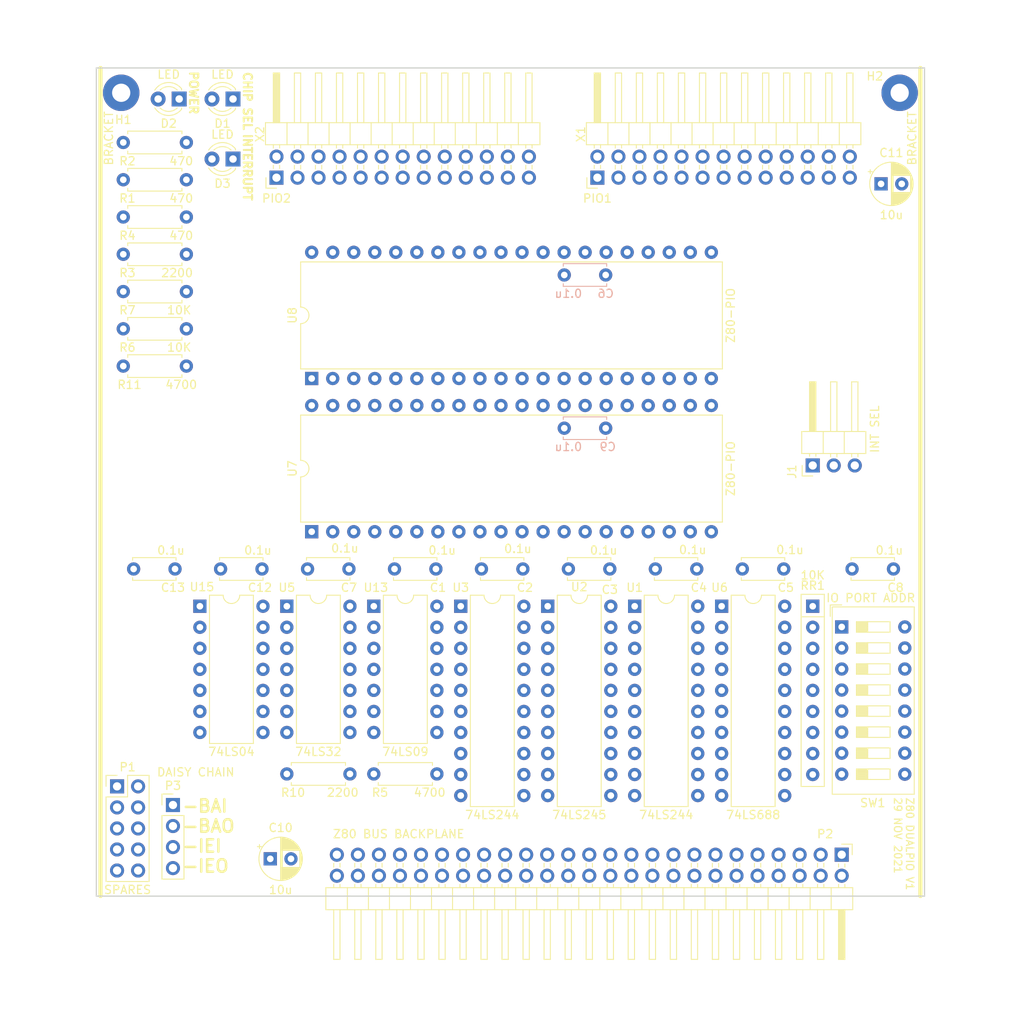
<source format=kicad_pcb>
(kicad_pcb (version 20171130) (host pcbnew "(5.1.10)-1")
  (layers (0 F.Cu signal) (31 B.Cu signal) (34 B.Paste user) (35 F.Paste user) (36 B.SilkS user) (37 F.SilkS user) (38 B.Mask user) (39 F.Mask user) (44 Edge.Cuts user))
  (net 0 "")
  (net 1 GND)
  (net 2 /A7)
  (net 3 /A6)
  (net 4 /A5)
  (net 5 /D4)
  (net 6 /A4)
  (net 7 /D3)
  (net 8 /A3)
  (net 9 /D5)
  (net 10 /A2)
  (net 11 /D6)
  (net 12 /A1)
  (net 13 /A0)
  (net 14 /D2)
  (net 15 /D7)
  (net 16 /D0)
  (net 17 /D1)
  (net 18 /SPARE9)
  (net 19 /SPARE0)
  (net 20 /SPARE8)
  (net 21 /SPARE1)
  (net 22 /SPARE7)
  (net 23 /SPARE2)
  (net 24 /SPARE6)
  (net 25 /SPARE3)
  (net 26 /SPARE5)
  (net 27 /SPARE4)
  (net 28 /M1#)
  (net 29 /RESET#)
  (net 30 /WR#)
  (net 31 /RD#)
  (net 32 /IORQ#)
  (net 33 /bIORQ#)
  (net 34 /bM1#)
  (net 35 /bA7)
  (net 36 /bA6)
  (net 37 /bA5)
  (net 38 /bA4)
  (net 39 /bA3)
  (net 40 /bA2)
  (net 41 /bA1)
  (net 42 /bA0)
  (net 43 "Net-(RR1-Pad2)")
  (net 44 "Net-(RR1-Pad3)")
  (net 45 "Net-(RR1-Pad4)")
  (net 46 "Net-(RR1-Pad5)")
  (net 47 "Net-(RR1-Pad6)")
  (net 48 "Net-(RR1-Pad7)")
  (net 49 "Net-(RR1-Pad8)")
  (net 50 "Net-(RR1-Pad9)")
  (net 51 /bD5)
  (net 52 /bD4)
  (net 53 /bD3)
  (net 54 /bD2)
  (net 55 /bD1)
  (net 56 /bD0)
  (net 57 /bRESET#)
  (net 58 /bD7)
  (net 59 /bD6)
  (net 60 /bRD#)
  (net 61 /INT#)
  (net 62 "Net-(D1-Pad2)")
  (net 63 /688SEL#)
  (net 64 "Net-(D1-Pad1)")
  (net 65 "Net-(D2-Pad2)")
  (net 66 /NMI#)
  (net 67 /IEI#)
  (net 68 /bINT#)
  (net 69 /bCLK)
  (net 70 /IEO#)
  (net 71 /IA)
  (net 72 /CLK)
  (net 73 "Net-(J1-Pad2)")
  (net 74 "Net-(U15-Pad2)")
  (net 75 "Net-(D3-Pad2)")
  (net 76 "Net-(D3-Pad1)")
  (net 77 VCC)
  (net 78 /PM1#)
  (net 79 /IEO_PIO1)
  (net 80 /IEO_PIO2)
  (net 81 /CS_DUALPIO#)
  (net 82 /CS_PIO2#)
  (net 83 /CS_PIO1#)
  (net 84 /1ARDY)
  (net 85 /1BSTB#)
  (net 86 /1ASTB#)
  (net 87 /1PA0)
  (net 88 /1PB7)
  (net 89 /1PA1)
  (net 90 /1PB6)
  (net 91 /1PA2)
  (net 92 /1PB5)
  (net 93 /1PA3)
  (net 94 /1PB4)
  (net 95 /1PB3)
  (net 96 /1PA4)
  (net 97 /1PB2)
  (net 98 /1PA5)
  (net 99 /1PB1)
  (net 100 /1PA6)
  (net 101 /1PB0)
  (net 102 /1PA7)
  (net 103 /1BRDY)
  (net 104 /2ARDY)
  (net 105 /2BSTB#)
  (net 106 /2ASTB#)
  (net 107 /2PA0)
  (net 108 /2PB7)
  (net 109 /2PA1)
  (net 110 /2PB6)
  (net 111 /2PA2)
  (net 112 /2PB5)
  (net 113 /2PA3)
  (net 114 /2PB4)
  (net 115 /2PB3)
  (net 116 /2PA4)
  (net 117 /2PB2)
  (net 118 /2PA5)
  (net 119 /2PB1)
  (net 120 /2PA6)
  (net 121 /2PB0)
  (net 122 /2PA7)
  (net 123 /2BRDY)
  (module Connector_PinHeader_2.54mm:PinHeader_2x13_P2.54mm_Horizontal (layer F.Cu) (at 66.75 59.25 90)
    (fp_text reference X2 (at 5.25 -2 90) (layer F.SilkS))
    (fp_text value PIO2 (at -2.5 0 180) (layer F.SilkS))
    (pad 26 thru_hole oval (at 2.54 30.48 90) (size 1.7 1.7) (drill 1) (layers *.Cu *.Mask) (net 1 GND))
    (pad 25 thru_hole oval (at 0 30.48 90) (size 1.7 1.7) (drill 1) (layers *.Cu *.Mask) (net 1 GND))
    (pad 24 thru_hole oval (at 2.54 27.94 90) (size 1.7 1.7) (drill 1) (layers *.Cu *.Mask))
    (pad 23 thru_hole oval (at 0 27.94 90) (size 1.7 1.7) (drill 1) (layers *.Cu *.Mask))
    (pad 22 thru_hole oval (at 2.54 25.4 90) (size 1.7 1.7) (drill 1) (layers *.Cu *.Mask) (net 122 /2PA7))
    (pad 21 thru_hole oval (at 0 25.4 90) (size 1.7 1.7) (drill 1) (layers *.Cu *.Mask) (net 108 /2PB7))
    (pad 20 thru_hole oval (at 2.54 22.86 90) (size 1.7 1.7) (drill 1) (layers *.Cu *.Mask) (net 120 /2PA6))
    (pad 19 thru_hole oval (at 0 22.86 90) (size 1.7 1.7) (drill 1) (layers *.Cu *.Mask) (net 110 /2PB6))
    (pad 18 thru_hole oval (at 2.54 20.32 90) (size 1.7 1.7) (drill 1) (layers *.Cu *.Mask) (net 118 /2PA5))
    (pad 17 thru_hole oval (at 0 20.32 90) (size 1.7 1.7) (drill 1) (layers *.Cu *.Mask) (net 112 /2PB5))
    (pad 16 thru_hole oval (at 2.54 17.78 90) (size 1.7 1.7) (drill 1) (layers *.Cu *.Mask) (net 116 /2PA4))
    (pad 15 thru_hole oval (at 0 17.78 90) (size 1.7 1.7) (drill 1) (layers *.Cu *.Mask) (net 114 /2PB4))
    (pad 14 thru_hole oval (at 2.54 15.24 90) (size 1.7 1.7) (drill 1) (layers *.Cu *.Mask) (net 113 /2PA3))
    (pad 13 thru_hole oval (at 0 15.24 90) (size 1.7 1.7) (drill 1) (layers *.Cu *.Mask) (net 115 /2PB3))
    (pad 12 thru_hole oval (at 2.54 12.7 90) (size 1.7 1.7) (drill 1) (layers *.Cu *.Mask) (net 111 /2PA2))
    (pad 11 thru_hole oval (at 0 12.7 90) (size 1.7 1.7) (drill 1) (layers *.Cu *.Mask) (net 117 /2PB2))
    (pad 10 thru_hole oval (at 2.54 10.16 90) (size 1.7 1.7) (drill 1) (layers *.Cu *.Mask) (net 109 /2PA1))
    (pad 9 thru_hole oval (at 0 10.16 90) (size 1.7 1.7) (drill 1) (layers *.Cu *.Mask) (net 119 /2PB1))
    (pad 8 thru_hole oval (at 2.54 7.62 90) (size 1.7 1.7) (drill 1) (layers *.Cu *.Mask) (net 107 /2PA0))
    (pad 7 thru_hole oval (at 0 7.62 90) (size 1.7 1.7) (drill 1) (layers *.Cu *.Mask) (net 121 /2PB0))
    (pad 6 thru_hole oval (at 2.54 5.08 90) (size 1.7 1.7) (drill 1) (layers *.Cu *.Mask) (net 106 /2ASTB#))
    (pad 5 thru_hole oval (at 0 5.08 90) (size 1.7 1.7) (drill 1) (layers *.Cu *.Mask) (net 105 /2BSTB#))
    (pad 4 thru_hole oval (at 2.54 2.54 90) (size 1.7 1.7) (drill 1) (layers *.Cu *.Mask) (net 104 /2ARDY))
    (pad 3 thru_hole oval (at 0 2.54 90) (size 1.7 1.7) (drill 1) (layers *.Cu *.Mask) (net 123 /2BRDY))
    (pad 2 thru_hole oval (at 2.54 0 90) (size 1.7 1.7) (drill 1) (layers *.Cu *.Mask) (net 77 VCC))
    (pad 1 thru_hole rect (at 0 0 90) (size 1.7 1.7) (drill 1) (layers *.Cu *.Mask) (net 77 VCC))
  )
  (module Connector_PinHeader_2.54mm:PinHeader_2x13_P2.54mm_Horizontal (layer F.Cu) (at 105.5 59.25 90)
    (fp_text reference X1 (at 5.25 -2 90) (layer F.SilkS))
    (fp_text value PIO1 (at -2.5 0 180) (layer F.SilkS))
    (pad 26 thru_hole oval (at 2.54 30.48 90) (size 1.7 1.7) (drill 1) (layers *.Cu *.Mask) (net 1 GND))
    (pad 25 thru_hole oval (at 0 30.48 90) (size 1.7 1.7) (drill 1) (layers *.Cu *.Mask) (net 1 GND))
    (pad 24 thru_hole oval (at 2.54 27.94 90) (size 1.7 1.7) (drill 1) (layers *.Cu *.Mask))
    (pad 23 thru_hole oval (at 0 27.94 90) (size 1.7 1.7) (drill 1) (layers *.Cu *.Mask))
    (pad 22 thru_hole oval (at 2.54 25.4 90) (size 1.7 1.7) (drill 1) (layers *.Cu *.Mask) (net 102 /1PA7))
    (pad 21 thru_hole oval (at 0 25.4 90) (size 1.7 1.7) (drill 1) (layers *.Cu *.Mask) (net 88 /1PB7))
    (pad 20 thru_hole oval (at 2.54 22.86 90) (size 1.7 1.7) (drill 1) (layers *.Cu *.Mask) (net 100 /1PA6))
    (pad 19 thru_hole oval (at 0 22.86 90) (size 1.7 1.7) (drill 1) (layers *.Cu *.Mask) (net 90 /1PB6))
    (pad 18 thru_hole oval (at 2.54 20.32 90) (size 1.7 1.7) (drill 1) (layers *.Cu *.Mask) (net 98 /1PA5))
    (pad 17 thru_hole oval (at 0 20.32 90) (size 1.7 1.7) (drill 1) (layers *.Cu *.Mask) (net 92 /1PB5))
    (pad 16 thru_hole oval (at 2.54 17.78 90) (size 1.7 1.7) (drill 1) (layers *.Cu *.Mask) (net 96 /1PA4))
    (pad 15 thru_hole oval (at 0 17.78 90) (size 1.7 1.7) (drill 1) (layers *.Cu *.Mask) (net 94 /1PB4))
    (pad 14 thru_hole oval (at 2.54 15.24 90) (size 1.7 1.7) (drill 1) (layers *.Cu *.Mask) (net 93 /1PA3))
    (pad 13 thru_hole oval (at 0 15.24 90) (size 1.7 1.7) (drill 1) (layers *.Cu *.Mask) (net 95 /1PB3))
    (pad 12 thru_hole oval (at 2.54 12.7 90) (size 1.7 1.7) (drill 1) (layers *.Cu *.Mask) (net 91 /1PA2))
    (pad 11 thru_hole oval (at 0 12.7 90) (size 1.7 1.7) (drill 1) (layers *.Cu *.Mask) (net 97 /1PB2))
    (pad 10 thru_hole oval (at 2.54 10.16 90) (size 1.7 1.7) (drill 1) (layers *.Cu *.Mask) (net 89 /1PA1))
    (pad 9 thru_hole oval (at 0 10.16 90) (size 1.7 1.7) (drill 1) (layers *.Cu *.Mask) (net 99 /1PB1))
    (pad 8 thru_hole oval (at 2.54 7.62 90) (size 1.7 1.7) (drill 1) (layers *.Cu *.Mask) (net 87 /1PA0))
    (pad 7 thru_hole oval (at 0 7.62 90) (size 1.7 1.7) (drill 1) (layers *.Cu *.Mask) (net 101 /1PB0))
    (pad 6 thru_hole oval (at 2.54 5.08 90) (size 1.7 1.7) (drill 1) (layers *.Cu *.Mask) (net 86 /1ASTB#))
    (pad 5 thru_hole oval (at 0 5.08 90) (size 1.7 1.7) (drill 1) (layers *.Cu *.Mask) (net 85 /1BSTB#))
    (pad 4 thru_hole oval (at 2.54 2.54 90) (size 1.7 1.7) (drill 1) (layers *.Cu *.Mask) (net 84 /1ARDY))
    (pad 3 thru_hole oval (at 0 2.54 90) (size 1.7 1.7) (drill 1) (layers *.Cu *.Mask) (net 103 /1BRDY))
    (pad 2 thru_hole oval (at 2.54 0 90) (size 1.7 1.7) (drill 1) (layers *.Cu *.Mask) (net 77 VCC))
    (pad 1 thru_hole rect (at 0 0 90) (size 1.7 1.7) (drill 1) (layers *.Cu *.Mask) (net 77 VCC))
  )
  (module Package_DIP:DIP-40_W15.24mm (layer F.Cu) (at 71 83.5 90)
    (fp_text reference U8 (at 7.62 -2.33 90) (layer F.SilkS))
    (fp_text value Z80-PIO (at 7.62 50.59 90) (layer F.SilkS))
    (pad 40 thru_hole oval (at 15.24 0 90) (size 1.6 1.6) (drill 0.8) (layers *.Cu *.Mask) (net 53 /bD3))
    (pad 20 thru_hole oval (at 0 48.26 90) (size 1.6 1.6) (drill 0.8) (layers *.Cu *.Mask) (net 55 /bD1))
    (pad 39 thru_hole oval (at 15.24 2.54 90) (size 1.6 1.6) (drill 0.8) (layers *.Cu *.Mask) (net 52 /bD4))
    (pad 19 thru_hole oval (at 0 45.72 90) (size 1.6 1.6) (drill 0.8) (layers *.Cu *.Mask) (net 56 /bD0))
    (pad 38 thru_hole oval (at 15.24 5.08 90) (size 1.6 1.6) (drill 0.8) (layers *.Cu *.Mask) (net 51 /bD5))
    (pad 18 thru_hole oval (at 0 43.18 90) (size 1.6 1.6) (drill 0.8) (layers *.Cu *.Mask) (net 104 /2ARDY))
    (pad 37 thru_hole oval (at 15.24 7.62 90) (size 1.6 1.6) (drill 0.8) (layers *.Cu *.Mask) (net 78 /PM1#))
    (pad 17 thru_hole oval (at 0 40.64 90) (size 1.6 1.6) (drill 0.8) (layers *.Cu *.Mask) (net 105 /2BSTB#))
    (pad 36 thru_hole oval (at 15.24 10.16 90) (size 1.6 1.6) (drill 0.8) (layers *.Cu *.Mask) (net 33 /bIORQ#))
    (pad 16 thru_hole oval (at 0 38.1 90) (size 1.6 1.6) (drill 0.8) (layers *.Cu *.Mask) (net 106 /2ASTB#))
    (pad 35 thru_hole oval (at 15.24 12.7 90) (size 1.6 1.6) (drill 0.8) (layers *.Cu *.Mask) (net 60 /bRD#))
    (pad 15 thru_hole oval (at 0 35.56 90) (size 1.6 1.6) (drill 0.8) (layers *.Cu *.Mask) (net 107 /2PA0))
    (pad 34 thru_hole oval (at 15.24 15.24 90) (size 1.6 1.6) (drill 0.8) (layers *.Cu *.Mask) (net 108 /2PB7))
    (pad 14 thru_hole oval (at 0 33.02 90) (size 1.6 1.6) (drill 0.8) (layers *.Cu *.Mask) (net 109 /2PA1))
    (pad 33 thru_hole oval (at 15.24 17.78 90) (size 1.6 1.6) (drill 0.8) (layers *.Cu *.Mask) (net 110 /2PB6))
    (pad 13 thru_hole oval (at 0 30.48 90) (size 1.6 1.6) (drill 0.8) (layers *.Cu *.Mask) (net 111 /2PA2))
    (pad 32 thru_hole oval (at 15.24 20.32 90) (size 1.6 1.6) (drill 0.8) (layers *.Cu *.Mask) (net 112 /2PB5))
    (pad 12 thru_hole oval (at 0 27.94 90) (size 1.6 1.6) (drill 0.8) (layers *.Cu *.Mask) (net 113 /2PA3))
    (pad 31 thru_hole oval (at 15.24 22.86 90) (size 1.6 1.6) (drill 0.8) (layers *.Cu *.Mask) (net 114 /2PB4))
    (pad 11 thru_hole oval (at 0 25.4 90) (size 1.6 1.6) (drill 0.8) (layers *.Cu *.Mask) (net 1 GND))
    (pad 30 thru_hole oval (at 15.24 25.4 90) (size 1.6 1.6) (drill 0.8) (layers *.Cu *.Mask) (net 115 /2PB3))
    (pad 10 thru_hole oval (at 0 22.86 90) (size 1.6 1.6) (drill 0.8) (layers *.Cu *.Mask) (net 116 /2PA4))
    (pad 29 thru_hole oval (at 15.24 27.94 90) (size 1.6 1.6) (drill 0.8) (layers *.Cu *.Mask) (net 117 /2PB2))
    (pad 9 thru_hole oval (at 0 20.32 90) (size 1.6 1.6) (drill 0.8) (layers *.Cu *.Mask) (net 118 /2PA5))
    (pad 28 thru_hole oval (at 15.24 30.48 90) (size 1.6 1.6) (drill 0.8) (layers *.Cu *.Mask) (net 119 /2PB1))
    (pad 8 thru_hole oval (at 0 17.78 90) (size 1.6 1.6) (drill 0.8) (layers *.Cu *.Mask) (net 120 /2PA6))
    (pad 27 thru_hole oval (at 15.24 33.02 90) (size 1.6 1.6) (drill 0.8) (layers *.Cu *.Mask) (net 121 /2PB0))
    (pad 7 thru_hole oval (at 0 15.24 90) (size 1.6 1.6) (drill 0.8) (layers *.Cu *.Mask) (net 122 /2PA7))
    (pad 26 thru_hole oval (at 15.24 35.56 90) (size 1.6 1.6) (drill 0.8) (layers *.Cu *.Mask) (net 77 VCC))
    (pad 6 thru_hole oval (at 0 12.7 90) (size 1.6 1.6) (drill 0.8) (layers *.Cu *.Mask) (net 42 /bA0))
    (pad 25 thru_hole oval (at 15.24 38.1 90) (size 1.6 1.6) (drill 0.8) (layers *.Cu *.Mask) (net 69 /bCLK))
    (pad 5 thru_hole oval (at 0 10.16 90) (size 1.6 1.6) (drill 0.8) (layers *.Cu *.Mask) (net 41 /bA1))
    (pad 24 thru_hole oval (at 15.24 40.64 90) (size 1.6 1.6) (drill 0.8) (layers *.Cu *.Mask) (net 79 /IEO_PIO1))
    (pad 4 thru_hole oval (at 0 7.62 90) (size 1.6 1.6) (drill 0.8) (layers *.Cu *.Mask) (net 82 /CS_PIO2#))
    (pad 23 thru_hole oval (at 15.24 43.18 90) (size 1.6 1.6) (drill 0.8) (layers *.Cu *.Mask) (net 68 /bINT#))
    (pad 3 thru_hole oval (at 0 5.08 90) (size 1.6 1.6) (drill 0.8) (layers *.Cu *.Mask) (net 59 /bD6))
    (pad 22 thru_hole oval (at 15.24 45.72 90) (size 1.6 1.6) (drill 0.8) (layers *.Cu *.Mask) (net 80 /IEO_PIO2))
    (pad 2 thru_hole oval (at 0 2.54 90) (size 1.6 1.6) (drill 0.8) (layers *.Cu *.Mask) (net 58 /bD7))
    (pad 21 thru_hole oval (at 15.24 48.26 90) (size 1.6 1.6) (drill 0.8) (layers *.Cu *.Mask) (net 123 /2BRDY))
    (pad 1 thru_hole rect (at 0 0 90) (size 1.6 1.6) (drill 0.8) (layers *.Cu *.Mask) (net 54 /bD2))
  )
  (module Package_DIP:DIP-40_W15.24mm (layer F.Cu) (at 71 102 90)
    (fp_text reference U7 (at 7.62 -2.33 90) (layer F.SilkS))
    (fp_text value Z80-PIO (at 7.62 50.59 90) (layer F.SilkS))
    (pad 40 thru_hole oval (at 15.24 0 90) (size 1.6 1.6) (drill 0.8) (layers *.Cu *.Mask) (net 53 /bD3))
    (pad 20 thru_hole oval (at 0 48.26 90) (size 1.6 1.6) (drill 0.8) (layers *.Cu *.Mask) (net 55 /bD1))
    (pad 39 thru_hole oval (at 15.24 2.54 90) (size 1.6 1.6) (drill 0.8) (layers *.Cu *.Mask) (net 52 /bD4))
    (pad 19 thru_hole oval (at 0 45.72 90) (size 1.6 1.6) (drill 0.8) (layers *.Cu *.Mask) (net 56 /bD0))
    (pad 38 thru_hole oval (at 15.24 5.08 90) (size 1.6 1.6) (drill 0.8) (layers *.Cu *.Mask) (net 51 /bD5))
    (pad 18 thru_hole oval (at 0 43.18 90) (size 1.6 1.6) (drill 0.8) (layers *.Cu *.Mask) (net 84 /1ARDY))
    (pad 37 thru_hole oval (at 15.24 7.62 90) (size 1.6 1.6) (drill 0.8) (layers *.Cu *.Mask) (net 78 /PM1#))
    (pad 17 thru_hole oval (at 0 40.64 90) (size 1.6 1.6) (drill 0.8) (layers *.Cu *.Mask) (net 85 /1BSTB#))
    (pad 36 thru_hole oval (at 15.24 10.16 90) (size 1.6 1.6) (drill 0.8) (layers *.Cu *.Mask) (net 33 /bIORQ#))
    (pad 16 thru_hole oval (at 0 38.1 90) (size 1.6 1.6) (drill 0.8) (layers *.Cu *.Mask) (net 86 /1ASTB#))
    (pad 35 thru_hole oval (at 15.24 12.7 90) (size 1.6 1.6) (drill 0.8) (layers *.Cu *.Mask) (net 60 /bRD#))
    (pad 15 thru_hole oval (at 0 35.56 90) (size 1.6 1.6) (drill 0.8) (layers *.Cu *.Mask) (net 87 /1PA0))
    (pad 34 thru_hole oval (at 15.24 15.24 90) (size 1.6 1.6) (drill 0.8) (layers *.Cu *.Mask) (net 88 /1PB7))
    (pad 14 thru_hole oval (at 0 33.02 90) (size 1.6 1.6) (drill 0.8) (layers *.Cu *.Mask) (net 89 /1PA1))
    (pad 33 thru_hole oval (at 15.24 17.78 90) (size 1.6 1.6) (drill 0.8) (layers *.Cu *.Mask) (net 90 /1PB6))
    (pad 13 thru_hole oval (at 0 30.48 90) (size 1.6 1.6) (drill 0.8) (layers *.Cu *.Mask) (net 91 /1PA2))
    (pad 32 thru_hole oval (at 15.24 20.32 90) (size 1.6 1.6) (drill 0.8) (layers *.Cu *.Mask) (net 92 /1PB5))
    (pad 12 thru_hole oval (at 0 27.94 90) (size 1.6 1.6) (drill 0.8) (layers *.Cu *.Mask) (net 93 /1PA3))
    (pad 31 thru_hole oval (at 15.24 22.86 90) (size 1.6 1.6) (drill 0.8) (layers *.Cu *.Mask) (net 94 /1PB4))
    (pad 11 thru_hole oval (at 0 25.4 90) (size 1.6 1.6) (drill 0.8) (layers *.Cu *.Mask) (net 1 GND))
    (pad 30 thru_hole oval (at 15.24 25.4 90) (size 1.6 1.6) (drill 0.8) (layers *.Cu *.Mask) (net 95 /1PB3))
    (pad 10 thru_hole oval (at 0 22.86 90) (size 1.6 1.6) (drill 0.8) (layers *.Cu *.Mask) (net 96 /1PA4))
    (pad 29 thru_hole oval (at 15.24 27.94 90) (size 1.6 1.6) (drill 0.8) (layers *.Cu *.Mask) (net 97 /1PB2))
    (pad 9 thru_hole oval (at 0 20.32 90) (size 1.6 1.6) (drill 0.8) (layers *.Cu *.Mask) (net 98 /1PA5))
    (pad 28 thru_hole oval (at 15.24 30.48 90) (size 1.6 1.6) (drill 0.8) (layers *.Cu *.Mask) (net 99 /1PB1))
    (pad 8 thru_hole oval (at 0 17.78 90) (size 1.6 1.6) (drill 0.8) (layers *.Cu *.Mask) (net 100 /1PA6))
    (pad 27 thru_hole oval (at 15.24 33.02 90) (size 1.6 1.6) (drill 0.8) (layers *.Cu *.Mask) (net 101 /1PB0))
    (pad 7 thru_hole oval (at 0 15.24 90) (size 1.6 1.6) (drill 0.8) (layers *.Cu *.Mask) (net 102 /1PA7))
    (pad 26 thru_hole oval (at 15.24 35.56 90) (size 1.6 1.6) (drill 0.8) (layers *.Cu *.Mask) (net 77 VCC))
    (pad 6 thru_hole oval (at 0 12.7 90) (size 1.6 1.6) (drill 0.8) (layers *.Cu *.Mask) (net 42 /bA0))
    (pad 25 thru_hole oval (at 15.24 38.1 90) (size 1.6 1.6) (drill 0.8) (layers *.Cu *.Mask) (net 69 /bCLK))
    (pad 5 thru_hole oval (at 0 10.16 90) (size 1.6 1.6) (drill 0.8) (layers *.Cu *.Mask) (net 41 /bA1))
    (pad 24 thru_hole oval (at 15.24 40.64 90) (size 1.6 1.6) (drill 0.8) (layers *.Cu *.Mask) (net 67 /IEI#))
    (pad 4 thru_hole oval (at 0 7.62 90) (size 1.6 1.6) (drill 0.8) (layers *.Cu *.Mask) (net 83 /CS_PIO1#))
    (pad 23 thru_hole oval (at 15.24 43.18 90) (size 1.6 1.6) (drill 0.8) (layers *.Cu *.Mask) (net 68 /bINT#))
    (pad 3 thru_hole oval (at 0 5.08 90) (size 1.6 1.6) (drill 0.8) (layers *.Cu *.Mask) (net 59 /bD6))
    (pad 22 thru_hole oval (at 15.24 45.72 90) (size 1.6 1.6) (drill 0.8) (layers *.Cu *.Mask) (net 79 /IEO_PIO1))
    (pad 2 thru_hole oval (at 0 2.54 90) (size 1.6 1.6) (drill 0.8) (layers *.Cu *.Mask) (net 58 /bD7))
    (pad 21 thru_hole oval (at 15.24 48.26 90) (size 1.6 1.6) (drill 0.8) (layers *.Cu *.Mask) (net 103 /1BRDY))
    (pad 1 thru_hole rect (at 0 0 90) (size 1.6 1.6) (drill 0.8) (layers *.Cu *.Mask) (net 54 /bD2))
  )
  (module Resistor_THT:R_Axial_DIN0207_L6.3mm_D2.5mm_P7.62mm_Horizontal (layer F.Cu) (at 48.25 64)
    (fp_text reference R4 (at 0.5 2.25) (layer F.SilkS))
    (fp_text value 470 (at 7 2.25) (layer F.SilkS))
    (pad 2 thru_hole oval (at 7.62 0) (size 1.6 1.6) (drill 0.8) (layers *.Cu *.Mask) (net 77 VCC))
    (pad 1 thru_hole circle (at 0 0) (size 1.6 1.6) (drill 0.8) (layers *.Cu *.Mask) (net 75 "Net-(D3-Pad2)"))
  )
  (module Resistor_THT:R_Axial_DIN0207_L6.3mm_D2.5mm_P7.62mm_Horizontal (layer F.Cu) (at 48.25 68.5)
    (fp_text reference R3 (at 0.5 2.25) (layer F.SilkS))
    (fp_text value 2200 (at 6.5 2.25) (layer F.SilkS))
    (pad 2 thru_hole oval (at 7.62 0) (size 1.6 1.6) (drill 0.8) (layers *.Cu *.Mask) (net 77 VCC))
    (pad 1 thru_hole circle (at 0 0) (size 1.6 1.6) (drill 0.8) (layers *.Cu *.Mask) (net 78 /PM1#))
  )
  (module LED_THT:LED_D3.0mm (layer F.Cu) (at 61.5 57 180)
    (fp_text reference D3 (at 1.27 -2.96) (layer F.SilkS))
    (fp_text value LED (at 1.27 2.96) (layer F.SilkS))
    (pad 2 thru_hole circle (at 2.54 0 180) (size 1.8 1.8) (drill 0.9) (layers *.Cu *.Mask) (net 75 "Net-(D3-Pad2)"))
    (pad 1 thru_hole rect (at 0 0 180) (size 1.8 1.8) (drill 0.9) (layers *.Cu *.Mask) (net 76 "Net-(D3-Pad1)"))
  )
  (module Capacitor_THT:C_Disc_D5.0mm_W2.5mm_P5.00mm (layer F.Cu) (at 49.5 106.5)
    (fp_text reference C13 (at 4.75 2.25) (layer F.SilkS))
    (fp_text value 0.1u (at 4.5 -2.25) (layer F.SilkS))
    (pad 2 thru_hole circle (at 5 0) (size 1.6 1.6) (drill 0.8) (layers *.Cu *.Mask) (net 1 GND))
    (pad 1 thru_hole circle (at 0 0) (size 1.6 1.6) (drill 0.8) (layers *.Cu *.Mask) (net 77 VCC))
  )
  (module Capacitor_THT:C_Disc_D5.0mm_W2.5mm_P5.00mm (layer F.Cu) (at 60 106.5)
    (fp_text reference C12 (at 4.75 2.25) (layer F.SilkS))
    (fp_text value 0.1u (at 4.5 -2.25) (layer F.SilkS))
    (pad 2 thru_hole circle (at 5 0) (size 1.6 1.6) (drill 0.8) (layers *.Cu *.Mask) (net 1 GND))
    (pad 1 thru_hole circle (at 0 0) (size 1.6 1.6) (drill 0.8) (layers *.Cu *.Mask) (net 77 VCC))
  )
  (module Resistor_THT:R_Axial_DIN0207_L6.3mm_D2.5mm_P7.62mm_Horizontal (layer F.Cu) (at 78.5 131.25)
    (fp_text reference R5 (at 0.75 2.25) (layer F.SilkS))
    (fp_text value 4700 (at 6.75 2.25) (layer F.SilkS))
    (pad 2 thru_hole oval (at 7.62 0) (size 1.6 1.6) (drill 0.8) (layers *.Cu *.Mask) (net 77 VCC))
    (pad 1 thru_hole circle (at 0 0) (size 1.6 1.6) (drill 0.8) (layers *.Cu *.Mask) (net 67 /IEI#))
  )
  (module Resistor_THT:R_Axial_DIN0207_L6.3mm_D2.5mm_P7.62mm_Horizontal (layer F.Cu) (at 48.25 59.5)
    (fp_text reference R1 (at 0.5 2.25) (layer F.SilkS))
    (fp_text value 470 (at 7 2.25) (layer F.SilkS))
    (pad 2 thru_hole oval (at 7.62 0) (size 1.6 1.6) (drill 0.8) (layers *.Cu *.Mask) (net 77 VCC))
    (pad 1 thru_hole circle (at 0 0) (size 1.6 1.6) (drill 0.8) (layers *.Cu *.Mask) (net 62 "Net-(D1-Pad2)"))
  )
  (module Resistor_THT:R_Axial_DIN0207_L6.3mm_D2.5mm_P7.62mm_Horizontal (layer F.Cu) (at 48.25 55)
    (fp_text reference R2 (at 0.5 2.25) (layer F.SilkS))
    (fp_text value 470 (at 7 2.25) (layer F.SilkS))
    (pad 2 thru_hole oval (at 7.62 0) (size 1.6 1.6) (drill 0.8) (layers *.Cu *.Mask) (net 77 VCC))
    (pad 1 thru_hole circle (at 0 0) (size 1.6 1.6) (drill 0.8) (layers *.Cu *.Mask) (net 65 "Net-(D2-Pad2)"))
  )
  (module Resistor_THT:R_Axial_DIN0207_L6.3mm_D2.5mm_P7.62mm_Horizontal (layer F.Cu) (at 48.25 82)
    (fp_text reference R11 (at 0.75 2.25) (layer F.SilkS))
    (fp_text value 4700 (at 7 2.25) (layer F.SilkS))
    (pad 2 thru_hole oval (at 7.62 0) (size 1.6 1.6) (drill 0.8) (layers *.Cu *.Mask) (net 77 VCC))
    (pad 1 thru_hole circle (at 0 0) (size 1.6 1.6) (drill 0.8) (layers *.Cu *.Mask) (net 68 /bINT#))
  )
  (module Resistor_THT:R_Axial_DIN0207_L6.3mm_D2.5mm_P7.62mm_Horizontal (layer F.Cu) (at 48.25 73)
    (fp_text reference R7 (at 0.5 2.25) (layer F.SilkS))
    (fp_text value 10K (at 6.75 2.25) (layer F.SilkS))
    (pad 2 thru_hole oval (at 7.62 0) (size 1.6 1.6) (drill 0.8) (layers *.Cu *.Mask) (net 77 VCC))
    (pad 1 thru_hole circle (at 0 0) (size 1.6 1.6) (drill 0.8) (layers *.Cu *.Mask) (net 80 /IEO_PIO2))
  )
  (module Resistor_THT:R_Axial_DIN0207_L6.3mm_D2.5mm_P7.62mm_Horizontal (layer F.Cu) (at 48.25 77.5)
    (fp_text reference R6 (at 0.5 2.25) (layer F.SilkS))
    (fp_text value 10K (at 6.75 2.25) (layer F.SilkS))
    (pad 2 thru_hole oval (at 7.62 0) (size 1.6 1.6) (drill 0.8) (layers *.Cu *.Mask) (net 77 VCC))
    (pad 1 thru_hole circle (at 0 0) (size 1.6 1.6) (drill 0.8) (layers *.Cu *.Mask) (net 79 /IEO_PIO1))
  )
  (module Capacitor_THT:CP_Radial_D5.0mm_P2.50mm (layer F.Cu) (at 139.75 60)
    (fp_text reference C11 (at 1.25 -3.75) (layer F.SilkS))
    (fp_text value 10u (at 1.25 3.75) (layer F.SilkS))
    (pad 1 thru_hole rect (at 0 0) (size 1.6 1.6) (drill 0.8) (layers *.Cu *.Mask) (net 77 VCC))
    (pad 2 thru_hole circle (at 2.5 0) (size 1.6 1.6) (drill 0.8) (layers *.Cu *.Mask) (net 1 GND))
  )
  (module Capacitor_THT:C_Disc_D5.0mm_W2.5mm_P5.00mm (layer F.Cu) (at 141.25 106.5 180)
    (fp_text reference C8 (at -0.25 -2.25 180) (layer F.SilkS))
    (fp_text value 0.1u (at 0.5 2.25 180) (layer F.SilkS))
    (pad 1 thru_hole circle (at 0 0 180) (size 1.6 1.6) (drill 0.8) (layers *.Cu *.Mask) (net 77 VCC))
    (pad 2 thru_hole circle (at 5 0 180) (size 1.6 1.6) (drill 0.8) (layers *.Cu *.Mask) (net 1 GND))
  )
  (module Capacitor_THT:CP_Radial_D5.0mm_P2.50mm (layer F.Cu) (at 66 141.5)
    (fp_text reference C10 (at 1.25 -3.75) (layer F.SilkS))
    (fp_text value 10u (at 1.25 3.75) (layer F.SilkS))
    (pad 1 thru_hole rect (at 0 0) (size 1.6 1.6) (drill 0.8) (layers *.Cu *.Mask) (net 77 VCC))
    (pad 2 thru_hole circle (at 2.5 0) (size 1.6 1.6) (drill 0.8) (layers *.Cu *.Mask) (net 1 GND))
  )
  (module Capacitor_THT:C_Disc_D5.0mm_W2.5mm_P5.00mm (layer B.Cu) (at 106.5 89.5 180)
    (fp_text reference C9 (at -0.25 -2.25) (layer B.SilkS) (effects (justify mirror)))
    (fp_text value 0.1u (at 4.5 -2.25) (layer B.SilkS) (effects (justify mirror)))
    (pad 1 thru_hole circle (at 0 0 180) (size 1.6 1.6) (drill 0.8) (layers *.Cu *.Mask) (net 77 VCC))
    (pad 2 thru_hole circle (at 5 0 180) (size 1.6 1.6) (drill 0.8) (layers *.Cu *.Mask) (net 1 GND))
  )
  (module Connector_PinHeader_2.54mm:PinHeader_2x05_P2.54mm_Vertical (layer F.Cu) (at 47.5 132.75)
    (fp_text reference P1 (at 1.27 -2.33) (layer F.SilkS))
    (fp_text value SPARES (at 1.27 12.49) (layer F.SilkS))
    (pad 10 thru_hole oval (at 2.54 10.16) (size 1.7 1.7) (drill 1) (layers *.Cu *.Mask) (net 18 /SPARE9))
    (pad 9 thru_hole oval (at 0 10.16) (size 1.7 1.7) (drill 1) (layers *.Cu *.Mask) (net 20 /SPARE8))
    (pad 8 thru_hole oval (at 2.54 7.62) (size 1.7 1.7) (drill 1) (layers *.Cu *.Mask) (net 22 /SPARE7))
    (pad 7 thru_hole oval (at 0 7.62) (size 1.7 1.7) (drill 1) (layers *.Cu *.Mask) (net 24 /SPARE6))
    (pad 6 thru_hole oval (at 2.54 5.08) (size 1.7 1.7) (drill 1) (layers *.Cu *.Mask) (net 26 /SPARE5))
    (pad 5 thru_hole oval (at 0 5.08) (size 1.7 1.7) (drill 1) (layers *.Cu *.Mask) (net 27 /SPARE4))
    (pad 4 thru_hole oval (at 2.54 2.54) (size 1.7 1.7) (drill 1) (layers *.Cu *.Mask) (net 25 /SPARE3))
    (pad 3 thru_hole oval (at 0 2.54) (size 1.7 1.7) (drill 1) (layers *.Cu *.Mask) (net 23 /SPARE2))
    (pad 2 thru_hole oval (at 2.54 0) (size 1.7 1.7) (drill 1) (layers *.Cu *.Mask) (net 21 /SPARE1))
    (pad 1 thru_hole rect (at 0 0) (size 1.7 1.7) (drill 1) (layers *.Cu *.Mask) (net 19 /SPARE0))
  )
  (module Package_DIP:DIP-14_W7.62mm (layer F.Cu) (at 57.5 111)
    (fp_text reference U15 (at 0.25 -2.33) (layer F.SilkS))
    (fp_text value 74LS04 (at 3.81 17.57) (layer F.SilkS))
    (pad 14 thru_hole oval (at 7.62 0) (size 1.6 1.6) (drill 0.8) (layers *.Cu *.Mask) (net 77 VCC))
    (pad 7 thru_hole oval (at 0 15.24) (size 1.6 1.6) (drill 0.8) (layers *.Cu *.Mask) (net 1 GND))
    (pad 13 thru_hole oval (at 7.62 2.54) (size 1.6 1.6) (drill 0.8) (layers *.Cu *.Mask))
    (pad 6 thru_hole oval (at 0 12.7) (size 1.6 1.6) (drill 0.8) (layers *.Cu *.Mask))
    (pad 12 thru_hole oval (at 7.62 5.08) (size 1.6 1.6) (drill 0.8) (layers *.Cu *.Mask))
    (pad 5 thru_hole oval (at 0 10.16) (size 1.6 1.6) (drill 0.8) (layers *.Cu *.Mask))
    (pad 11 thru_hole oval (at 7.62 7.62) (size 1.6 1.6) (drill 0.8) (layers *.Cu *.Mask))
    (pad 4 thru_hole oval (at 0 7.62) (size 1.6 1.6) (drill 0.8) (layers *.Cu *.Mask) (net 71 /IA))
    (pad 10 thru_hole oval (at 7.62 10.16) (size 1.6 1.6) (drill 0.8) (layers *.Cu *.Mask))
    (pad 3 thru_hole oval (at 0 5.08) (size 1.6 1.6) (drill 0.8) (layers *.Cu *.Mask) (net 70 /IEO#))
    (pad 9 thru_hole oval (at 7.62 12.7) (size 1.6 1.6) (drill 0.8) (layers *.Cu *.Mask))
    (pad 2 thru_hole oval (at 0 2.54) (size 1.6 1.6) (drill 0.8) (layers *.Cu *.Mask) (net 74 "Net-(U15-Pad2)"))
    (pad 8 thru_hole oval (at 7.62 15.24) (size 1.6 1.6) (drill 0.8) (layers *.Cu *.Mask))
    (pad 1 thru_hole rect (at 0 0) (size 1.6 1.6) (drill 0.8) (layers *.Cu *.Mask) (net 40 /bA2))
  )
  (module Package_DIP:DIP-14_W7.62mm (layer F.Cu) (at 78.5 111)
    (fp_text reference U13 (at 0.25 -2.25) (layer F.SilkS))
    (fp_text value 74LS09 (at 3.81 17.57) (layer F.SilkS))
    (pad 14 thru_hole oval (at 7.62 0) (size 1.6 1.6) (drill 0.8) (layers *.Cu *.Mask) (net 77 VCC))
    (pad 7 thru_hole oval (at 0 15.24) (size 1.6 1.6) (drill 0.8) (layers *.Cu *.Mask) (net 1 GND))
    (pad 13 thru_hole oval (at 7.62 2.54) (size 1.6 1.6) (drill 0.8) (layers *.Cu *.Mask) (net 68 /bINT#))
    (pad 6 thru_hole oval (at 0 12.7) (size 1.6 1.6) (drill 0.8) (layers *.Cu *.Mask) (net 78 /PM1#))
    (pad 12 thru_hole oval (at 7.62 5.08) (size 1.6 1.6) (drill 0.8) (layers *.Cu *.Mask) (net 68 /bINT#))
    (pad 5 thru_hole oval (at 0 10.16) (size 1.6 1.6) (drill 0.8) (layers *.Cu *.Mask) (net 28 /M1#))
    (pad 11 thru_hole oval (at 7.62 7.62) (size 1.6 1.6) (drill 0.8) (layers *.Cu *.Mask) (net 73 "Net-(J1-Pad2)"))
    (pad 4 thru_hole oval (at 0 7.62) (size 1.6 1.6) (drill 0.8) (layers *.Cu *.Mask) (net 57 /bRESET#))
    (pad 10 thru_hole oval (at 7.62 10.16) (size 1.6 1.6) (drill 0.8) (layers *.Cu *.Mask) (net 80 /IEO_PIO2))
    (pad 3 thru_hole oval (at 0 5.08) (size 1.6 1.6) (drill 0.8) (layers *.Cu *.Mask) (net 70 /IEO#))
    (pad 9 thru_hole oval (at 7.62 12.7) (size 1.6 1.6) (drill 0.8) (layers *.Cu *.Mask) (net 79 /IEO_PIO1))
    (pad 2 thru_hole oval (at 0 2.54) (size 1.6 1.6) (drill 0.8) (layers *.Cu *.Mask) (net 67 /IEI#))
    (pad 8 thru_hole oval (at 7.62 15.24) (size 1.6 1.6) (drill 0.8) (layers *.Cu *.Mask) (net 70 /IEO#))
    (pad 1 thru_hole rect (at 0 0) (size 1.6 1.6) (drill 0.8) (layers *.Cu *.Mask) (net 67 /IEI#))
  )
  (module Connector_PinHeader_2.54mm:PinHeader_1x03_P2.54mm_Horizontal (layer F.Cu) (at 131.5 94 90)
    (fp_text reference J1 (at -0.75 -2.5 90) (layer F.SilkS))
    (fp_text value "INT SEL" (at 4.385 7.5 90) (layer F.SilkS))
    (pad 3 thru_hole oval (at 0 5.08 90) (size 1.7 1.7) (drill 1) (layers *.Cu *.Mask) (net 66 /NMI#))
    (pad 2 thru_hole oval (at 0 2.54 90) (size 1.7 1.7) (drill 1) (layers *.Cu *.Mask) (net 73 "Net-(J1-Pad2)"))
    (pad 1 thru_hole rect (at 0 0 90) (size 1.7 1.7) (drill 1) (layers *.Cu *.Mask) (net 61 /INT#))
  )
  (module Package_DIP:DIP-20_W7.62mm (layer F.Cu) (at 120.5 111)
    (fp_text reference U6 (at -0.25 -2.25) (layer F.SilkS))
    (fp_text value 74LS688 (at 3.81 25.19) (layer F.SilkS))
    (pad 20 thru_hole oval (at 7.62 0) (size 1.6 1.6) (drill 0.8) (layers *.Cu *.Mask) (net 77 VCC))
    (pad 10 thru_hole oval (at 0 22.86) (size 1.6 1.6) (drill 0.8) (layers *.Cu *.Mask) (net 1 GND))
    (pad 19 thru_hole oval (at 7.62 2.54) (size 1.6 1.6) (drill 0.8) (layers *.Cu *.Mask) (net 81 /CS_DUALPIO#))
    (pad 9 thru_hole oval (at 0 20.32) (size 1.6 1.6) (drill 0.8) (layers *.Cu *.Mask) (net 46 "Net-(RR1-Pad5)"))
    (pad 18 thru_hole oval (at 7.62 5.08) (size 1.6 1.6) (drill 0.8) (layers *.Cu *.Mask) (net 50 "Net-(RR1-Pad9)"))
    (pad 8 thru_hole oval (at 0 17.78) (size 1.6 1.6) (drill 0.8) (layers *.Cu *.Mask) (net 39 /bA3))
    (pad 17 thru_hole oval (at 7.62 7.62) (size 1.6 1.6) (drill 0.8) (layers *.Cu *.Mask) (net 35 /bA7))
    (pad 7 thru_hole oval (at 0 15.24) (size 1.6 1.6) (drill 0.8) (layers *.Cu *.Mask) (net 45 "Net-(RR1-Pad4)"))
    (pad 16 thru_hole oval (at 7.62 10.16) (size 1.6 1.6) (drill 0.8) (layers *.Cu *.Mask) (net 49 "Net-(RR1-Pad8)"))
    (pad 6 thru_hole oval (at 0 12.7) (size 1.6 1.6) (drill 0.8) (layers *.Cu *.Mask) (net 34 /bM1#))
    (pad 15 thru_hole oval (at 7.62 12.7) (size 1.6 1.6) (drill 0.8) (layers *.Cu *.Mask) (net 36 /bA6))
    (pad 5 thru_hole oval (at 0 10.16) (size 1.6 1.6) (drill 0.8) (layers *.Cu *.Mask) (net 44 "Net-(RR1-Pad3)"))
    (pad 14 thru_hole oval (at 7.62 15.24) (size 1.6 1.6) (drill 0.8) (layers *.Cu *.Mask) (net 48 "Net-(RR1-Pad7)"))
    (pad 4 thru_hole oval (at 0 7.62) (size 1.6 1.6) (drill 0.8) (layers *.Cu *.Mask) (net 34 /bM1#))
    (pad 13 thru_hole oval (at 7.62 17.78) (size 1.6 1.6) (drill 0.8) (layers *.Cu *.Mask) (net 37 /bA5))
    (pad 3 thru_hole oval (at 0 5.08) (size 1.6 1.6) (drill 0.8) (layers *.Cu *.Mask) (net 43 "Net-(RR1-Pad2)"))
    (pad 12 thru_hole oval (at 7.62 20.32) (size 1.6 1.6) (drill 0.8) (layers *.Cu *.Mask) (net 47 "Net-(RR1-Pad6)"))
    (pad 2 thru_hole oval (at 0 2.54) (size 1.6 1.6) (drill 0.8) (layers *.Cu *.Mask) (net 34 /bM1#))
    (pad 11 thru_hole oval (at 7.62 22.86) (size 1.6 1.6) (drill 0.8) (layers *.Cu *.Mask) (net 38 /bA4))
    (pad 1 thru_hole rect (at 0 0) (size 1.6 1.6) (drill 0.8) (layers *.Cu *.Mask) (net 63 /688SEL#))
  )
  (module Package_DIP:DIP-14_W7.62mm (layer F.Cu) (at 68 111)
    (fp_text reference U5 (at 0 -2.25) (layer F.SilkS))
    (fp_text value 74LS32 (at 3.81 17.57) (layer F.SilkS))
    (pad 14 thru_hole oval (at 7.62 0) (size 1.6 1.6) (drill 0.8) (layers *.Cu *.Mask) (net 77 VCC))
    (pad 7 thru_hole oval (at 0 15.24) (size 1.6 1.6) (drill 0.8) (layers *.Cu *.Mask) (net 1 GND))
    (pad 13 thru_hole oval (at 7.62 2.54) (size 1.6 1.6) (drill 0.8) (layers *.Cu *.Mask) (net 71 /IA))
    (pad 6 thru_hole oval (at 0 12.7) (size 1.6 1.6) (drill 0.8) (layers *.Cu *.Mask) (net 82 /CS_PIO2#))
    (pad 12 thru_hole oval (at 7.62 5.08) (size 1.6 1.6) (drill 0.8) (layers *.Cu *.Mask) (net 33 /bIORQ#))
    (pad 5 thru_hole oval (at 0 10.16) (size 1.6 1.6) (drill 0.8) (layers *.Cu *.Mask) (net 74 "Net-(U15-Pad2)"))
    (pad 11 thru_hole oval (at 7.62 7.62) (size 1.6 1.6) (drill 0.8) (layers *.Cu *.Mask) (net 63 /688SEL#))
    (pad 4 thru_hole oval (at 0 7.62) (size 1.6 1.6) (drill 0.8) (layers *.Cu *.Mask) (net 81 /CS_DUALPIO#))
    (pad 10 thru_hole oval (at 7.62 10.16) (size 1.6 1.6) (drill 0.8) (layers *.Cu *.Mask) (net 68 /bINT#))
    (pad 3 thru_hole oval (at 0 5.08) (size 1.6 1.6) (drill 0.8) (layers *.Cu *.Mask) (net 83 /CS_PIO1#))
    (pad 9 thru_hole oval (at 7.62 12.7) (size 1.6 1.6) (drill 0.8) (layers *.Cu *.Mask) (net 68 /bINT#))
    (pad 2 thru_hole oval (at 0 2.54) (size 1.6 1.6) (drill 0.8) (layers *.Cu *.Mask) (net 81 /CS_DUALPIO#))
    (pad 8 thru_hole oval (at 7.62 15.24) (size 1.6 1.6) (drill 0.8) (layers *.Cu *.Mask) (net 76 "Net-(D3-Pad1)"))
    (pad 1 thru_hole rect (at 0 0) (size 1.6 1.6) (drill 0.8) (layers *.Cu *.Mask) (net 40 /bA2))
  )
  (module Package_DIP:DIP-20_W7.62mm (layer F.Cu) (at 89 111)
    (fp_text reference U3 (at 0 -2.25) (layer F.SilkS))
    (fp_text value 74LS244 (at 3.81 25.19) (layer F.SilkS))
    (pad 20 thru_hole oval (at 7.62 0) (size 1.6 1.6) (drill 0.8) (layers *.Cu *.Mask) (net 77 VCC))
    (pad 10 thru_hole oval (at 0 22.86) (size 1.6 1.6) (drill 0.8) (layers *.Cu *.Mask) (net 1 GND))
    (pad 19 thru_hole oval (at 7.62 2.54) (size 1.6 1.6) (drill 0.8) (layers *.Cu *.Mask) (net 1 GND))
    (pad 9 thru_hole oval (at 0 20.32) (size 1.6 1.6) (drill 0.8) (layers *.Cu *.Mask) (net 33 /bIORQ#))
    (pad 18 thru_hole oval (at 7.62 5.08) (size 1.6 1.6) (drill 0.8) (layers *.Cu *.Mask) (net 57 /bRESET#))
    (pad 8 thru_hole oval (at 0 17.78) (size 1.6 1.6) (drill 0.8) (layers *.Cu *.Mask))
    (pad 17 thru_hole oval (at 7.62 7.62) (size 1.6 1.6) (drill 0.8) (layers *.Cu *.Mask) (net 31 /RD#))
    (pad 7 thru_hole oval (at 0 15.24) (size 1.6 1.6) (drill 0.8) (layers *.Cu *.Mask) (net 34 /bM1#))
    (pad 16 thru_hole oval (at 7.62 10.16) (size 1.6 1.6) (drill 0.8) (layers *.Cu *.Mask) (net 64 "Net-(D1-Pad1)"))
    (pad 6 thru_hole oval (at 0 12.7) (size 1.6 1.6) (drill 0.8) (layers *.Cu *.Mask) (net 72 /CLK))
    (pad 15 thru_hole oval (at 7.62 12.7) (size 1.6 1.6) (drill 0.8) (layers *.Cu *.Mask) (net 30 /WR#))
    (pad 5 thru_hole oval (at 0 10.16) (size 1.6 1.6) (drill 0.8) (layers *.Cu *.Mask))
    (pad 14 thru_hole oval (at 7.62 15.24) (size 1.6 1.6) (drill 0.8) (layers *.Cu *.Mask) (net 69 /bCLK))
    (pad 4 thru_hole oval (at 0 7.62) (size 1.6 1.6) (drill 0.8) (layers *.Cu *.Mask) (net 81 /CS_DUALPIO#))
    (pad 13 thru_hole oval (at 7.62 17.78) (size 1.6 1.6) (drill 0.8) (layers *.Cu *.Mask) (net 28 /M1#))
    (pad 3 thru_hole oval (at 0 5.08) (size 1.6 1.6) (drill 0.8) (layers *.Cu *.Mask) (net 60 /bRD#))
    (pad 12 thru_hole oval (at 7.62 20.32) (size 1.6 1.6) (drill 0.8) (layers *.Cu *.Mask))
    (pad 2 thru_hole oval (at 0 2.54) (size 1.6 1.6) (drill 0.8) (layers *.Cu *.Mask) (net 29 /RESET#))
    (pad 11 thru_hole oval (at 7.62 22.86) (size 1.6 1.6) (drill 0.8) (layers *.Cu *.Mask) (net 32 /IORQ#))
    (pad 1 thru_hole rect (at 0 0) (size 1.6 1.6) (drill 0.8) (layers *.Cu *.Mask) (net 1 GND))
  )
  (module Package_DIP:DIP-20_W7.62mm (layer F.Cu) (at 99.5 111)
    (fp_text reference U2 (at 3.81 -2.33) (layer F.SilkS))
    (fp_text value 74LS245 (at 3.81 25.19) (layer F.SilkS))
    (pad 20 thru_hole oval (at 7.62 0) (size 1.6 1.6) (drill 0.8) (layers *.Cu *.Mask) (net 77 VCC))
    (pad 10 thru_hole oval (at 0 22.86) (size 1.6 1.6) (drill 0.8) (layers *.Cu *.Mask) (net 1 GND))
    (pad 19 thru_hole oval (at 7.62 2.54) (size 1.6 1.6) (drill 0.8) (layers *.Cu *.Mask) (net 81 /CS_DUALPIO#))
    (pad 9 thru_hole oval (at 0 20.32) (size 1.6 1.6) (drill 0.8) (layers *.Cu *.Mask) (net 15 /D7))
    (pad 18 thru_hole oval (at 7.62 5.08) (size 1.6 1.6) (drill 0.8) (layers *.Cu *.Mask) (net 56 /bD0))
    (pad 8 thru_hole oval (at 0 17.78) (size 1.6 1.6) (drill 0.8) (layers *.Cu *.Mask) (net 11 /D6))
    (pad 17 thru_hole oval (at 7.62 7.62) (size 1.6 1.6) (drill 0.8) (layers *.Cu *.Mask) (net 55 /bD1))
    (pad 7 thru_hole oval (at 0 15.24) (size 1.6 1.6) (drill 0.8) (layers *.Cu *.Mask) (net 9 /D5))
    (pad 16 thru_hole oval (at 7.62 10.16) (size 1.6 1.6) (drill 0.8) (layers *.Cu *.Mask) (net 54 /bD2))
    (pad 6 thru_hole oval (at 0 12.7) (size 1.6 1.6) (drill 0.8) (layers *.Cu *.Mask) (net 5 /D4))
    (pad 15 thru_hole oval (at 7.62 12.7) (size 1.6 1.6) (drill 0.8) (layers *.Cu *.Mask) (net 53 /bD3))
    (pad 5 thru_hole oval (at 0 10.16) (size 1.6 1.6) (drill 0.8) (layers *.Cu *.Mask) (net 7 /D3))
    (pad 14 thru_hole oval (at 7.62 15.24) (size 1.6 1.6) (drill 0.8) (layers *.Cu *.Mask) (net 52 /bD4))
    (pad 4 thru_hole oval (at 0 7.62) (size 1.6 1.6) (drill 0.8) (layers *.Cu *.Mask) (net 14 /D2))
    (pad 13 thru_hole oval (at 7.62 17.78) (size 1.6 1.6) (drill 0.8) (layers *.Cu *.Mask) (net 51 /bD5))
    (pad 3 thru_hole oval (at 0 5.08) (size 1.6 1.6) (drill 0.8) (layers *.Cu *.Mask) (net 17 /D1))
    (pad 12 thru_hole oval (at 7.62 20.32) (size 1.6 1.6) (drill 0.8) (layers *.Cu *.Mask) (net 59 /bD6))
    (pad 2 thru_hole oval (at 0 2.54) (size 1.6 1.6) (drill 0.8) (layers *.Cu *.Mask) (net 16 /D0))
    (pad 11 thru_hole oval (at 7.62 22.86) (size 1.6 1.6) (drill 0.8) (layers *.Cu *.Mask) (net 58 /bD7))
    (pad 1 thru_hole rect (at 0 0) (size 1.6 1.6) (drill 0.8) (layers *.Cu *.Mask) (net 31 /RD#))
  )
  (module Package_DIP:DIP-20_W7.62mm (layer F.Cu) (at 110 111)
    (fp_text reference U1 (at 0 -2.25) (layer F.SilkS))
    (fp_text value 74LS244 (at 3.81 25.19) (layer F.SilkS))
    (pad 20 thru_hole oval (at 7.62 0) (size 1.6 1.6) (drill 0.8) (layers *.Cu *.Mask) (net 77 VCC))
    (pad 10 thru_hole oval (at 0 22.86) (size 1.6 1.6) (drill 0.8) (layers *.Cu *.Mask) (net 1 GND))
    (pad 19 thru_hole oval (at 7.62 2.54) (size 1.6 1.6) (drill 0.8) (layers *.Cu *.Mask) (net 1 GND))
    (pad 9 thru_hole oval (at 0 20.32) (size 1.6 1.6) (drill 0.8) (layers *.Cu *.Mask) (net 38 /bA4))
    (pad 18 thru_hole oval (at 7.62 5.08) (size 1.6 1.6) (drill 0.8) (layers *.Cu *.Mask) (net 42 /bA0))
    (pad 8 thru_hole oval (at 0 17.78) (size 1.6 1.6) (drill 0.8) (layers *.Cu *.Mask) (net 8 /A3))
    (pad 17 thru_hole oval (at 7.62 7.62) (size 1.6 1.6) (drill 0.8) (layers *.Cu *.Mask) (net 2 /A7))
    (pad 7 thru_hole oval (at 0 15.24) (size 1.6 1.6) (drill 0.8) (layers *.Cu *.Mask) (net 37 /bA5))
    (pad 16 thru_hole oval (at 7.62 10.16) (size 1.6 1.6) (drill 0.8) (layers *.Cu *.Mask) (net 41 /bA1))
    (pad 6 thru_hole oval (at 0 12.7) (size 1.6 1.6) (drill 0.8) (layers *.Cu *.Mask) (net 10 /A2))
    (pad 15 thru_hole oval (at 7.62 12.7) (size 1.6 1.6) (drill 0.8) (layers *.Cu *.Mask) (net 3 /A6))
    (pad 5 thru_hole oval (at 0 10.16) (size 1.6 1.6) (drill 0.8) (layers *.Cu *.Mask) (net 36 /bA6))
    (pad 14 thru_hole oval (at 7.62 15.24) (size 1.6 1.6) (drill 0.8) (layers *.Cu *.Mask) (net 40 /bA2))
    (pad 4 thru_hole oval (at 0 7.62) (size 1.6 1.6) (drill 0.8) (layers *.Cu *.Mask) (net 12 /A1))
    (pad 13 thru_hole oval (at 7.62 17.78) (size 1.6 1.6) (drill 0.8) (layers *.Cu *.Mask) (net 4 /A5))
    (pad 3 thru_hole oval (at 0 5.08) (size 1.6 1.6) (drill 0.8) (layers *.Cu *.Mask) (net 35 /bA7))
    (pad 12 thru_hole oval (at 7.62 20.32) (size 1.6 1.6) (drill 0.8) (layers *.Cu *.Mask) (net 39 /bA3))
    (pad 2 thru_hole oval (at 0 2.54) (size 1.6 1.6) (drill 0.8) (layers *.Cu *.Mask) (net 13 /A0))
    (pad 11 thru_hole oval (at 7.62 22.86) (size 1.6 1.6) (drill 0.8) (layers *.Cu *.Mask) (net 6 /A4))
    (pad 1 thru_hole rect (at 0 0) (size 1.6 1.6) (drill 0.8) (layers *.Cu *.Mask) (net 1 GND))
  )
  (module Button_Switch_THT:SW_DIP_SPSTx08_Slide_9.78x22.5mm_W7.62mm_P2.54mm (layer F.Cu) (at 135 113.5)
    (fp_text reference SW1 (at 3.75 21.25) (layer F.SilkS))
    (fp_text value "IO PORT ADDR" (at 3.5 -3.5) (layer F.SilkS))
    (pad 16 thru_hole oval (at 7.62 0) (size 1.6 1.6) (drill 0.8) (layers *.Cu *.Mask) (net 50 "Net-(RR1-Pad9)"))
    (pad 8 thru_hole oval (at 0 17.78) (size 1.6 1.6) (drill 0.8) (layers *.Cu *.Mask))
    (pad 15 thru_hole oval (at 7.62 2.54) (size 1.6 1.6) (drill 0.8) (layers *.Cu *.Mask) (net 49 "Net-(RR1-Pad8)"))
    (pad 7 thru_hole oval (at 0 15.24) (size 1.6 1.6) (drill 0.8) (layers *.Cu *.Mask))
    (pad 14 thru_hole oval (at 7.62 5.08) (size 1.6 1.6) (drill 0.8) (layers *.Cu *.Mask) (net 48 "Net-(RR1-Pad7)"))
    (pad 6 thru_hole oval (at 0 12.7) (size 1.6 1.6) (drill 0.8) (layers *.Cu *.Mask))
    (pad 13 thru_hole oval (at 7.62 7.62) (size 1.6 1.6) (drill 0.8) (layers *.Cu *.Mask) (net 47 "Net-(RR1-Pad6)"))
    (pad 5 thru_hole oval (at 0 10.16) (size 1.6 1.6) (drill 0.8) (layers *.Cu *.Mask) (net 1 GND))
    (pad 12 thru_hole oval (at 7.62 10.16) (size 1.6 1.6) (drill 0.8) (layers *.Cu *.Mask) (net 46 "Net-(RR1-Pad5)"))
    (pad 4 thru_hole oval (at 0 7.62) (size 1.6 1.6) (drill 0.8) (layers *.Cu *.Mask) (net 1 GND))
    (pad 11 thru_hole oval (at 7.62 12.7) (size 1.6 1.6) (drill 0.8) (layers *.Cu *.Mask))
    (pad 3 thru_hole oval (at 0 5.08) (size 1.6 1.6) (drill 0.8) (layers *.Cu *.Mask) (net 1 GND))
    (pad 10 thru_hole oval (at 7.62 15.24) (size 1.6 1.6) (drill 0.8) (layers *.Cu *.Mask))
    (pad 2 thru_hole oval (at 0 2.54) (size 1.6 1.6) (drill 0.8) (layers *.Cu *.Mask) (net 1 GND))
    (pad 9 thru_hole oval (at 7.62 17.78) (size 1.6 1.6) (drill 0.8) (layers *.Cu *.Mask))
    (pad 1 thru_hole rect (at 0 0) (size 1.6 1.6) (drill 0.8) (layers *.Cu *.Mask) (net 1 GND))
  )
  (module Resistor_THT:R_Array_SIP9 (layer F.Cu) (at 131.5 111 270)
    (fp_text reference RR1 (at -2.5 0 180) (layer F.SilkS))
    (fp_text value 10K (at -3.75 0 180) (layer F.SilkS))
    (pad 9 thru_hole oval (at 20.32 0 270) (size 1.6 1.6) (drill 0.8) (layers *.Cu *.Mask) (net 50 "Net-(RR1-Pad9)"))
    (pad 8 thru_hole oval (at 17.78 0 270) (size 1.6 1.6) (drill 0.8) (layers *.Cu *.Mask) (net 49 "Net-(RR1-Pad8)"))
    (pad 7 thru_hole oval (at 15.24 0 270) (size 1.6 1.6) (drill 0.8) (layers *.Cu *.Mask) (net 48 "Net-(RR1-Pad7)"))
    (pad 6 thru_hole oval (at 12.7 0 270) (size 1.6 1.6) (drill 0.8) (layers *.Cu *.Mask) (net 47 "Net-(RR1-Pad6)"))
    (pad 5 thru_hole oval (at 10.16 0 270) (size 1.6 1.6) (drill 0.8) (layers *.Cu *.Mask) (net 46 "Net-(RR1-Pad5)"))
    (pad 4 thru_hole oval (at 7.62 0 270) (size 1.6 1.6) (drill 0.8) (layers *.Cu *.Mask) (net 45 "Net-(RR1-Pad4)"))
    (pad 3 thru_hole oval (at 5.08 0 270) (size 1.6 1.6) (drill 0.8) (layers *.Cu *.Mask) (net 44 "Net-(RR1-Pad3)"))
    (pad 2 thru_hole oval (at 2.54 0 270) (size 1.6 1.6) (drill 0.8) (layers *.Cu *.Mask) (net 43 "Net-(RR1-Pad2)"))
    (pad 1 thru_hole rect (at 0 0 270) (size 1.6 1.6) (drill 0.8) (layers *.Cu *.Mask) (net 77 VCC))
  )
  (module Resistor_THT:R_Axial_DIN0207_L6.3mm_D2.5mm_P7.62mm_Horizontal (layer F.Cu) (at 68 131.25)
    (fp_text reference R10 (at 0.75 2.25) (layer F.SilkS))
    (fp_text value 2200 (at 6.75 2.25) (layer F.SilkS))
    (pad 2 thru_hole oval (at 7.62 0) (size 1.6 1.6) (drill 0.8) (layers *.Cu *.Mask) (net 77 VCC))
    (pad 1 thru_hole circle (at 0 0) (size 1.6 1.6) (drill 0.8) (layers *.Cu *.Mask) (net 70 /IEO#))
  )
  (module LED_THT:LED_D3.0mm (layer F.Cu) (at 55 49.75 180)
    (fp_text reference D2 (at 1.27 -2.96) (layer F.SilkS))
    (fp_text value LED (at 1.27 2.96) (layer F.SilkS))
    (pad 2 thru_hole circle (at 2.54 0 180) (size 1.8 1.8) (drill 0.9) (layers *.Cu *.Mask) (net 65 "Net-(D2-Pad2)"))
    (pad 1 thru_hole rect (at 0 0 180) (size 1.8 1.8) (drill 0.9) (layers *.Cu *.Mask) (net 1 GND))
  )
  (module LED_THT:LED_D3.0mm (layer F.Cu) (at 61.5 49.75 180)
    (fp_text reference D1 (at 1.27 -2.96) (layer F.SilkS))
    (fp_text value LED (at 1.27 2.96) (layer F.SilkS))
    (pad 2 thru_hole circle (at 2.54 0 180) (size 1.8 1.8) (drill 0.9) (layers *.Cu *.Mask) (net 62 "Net-(D1-Pad2)"))
    (pad 1 thru_hole rect (at 0 0 180) (size 1.8 1.8) (drill 0.9) (layers *.Cu *.Mask) (net 64 "Net-(D1-Pad1)"))
  )
  (module MountingHole:MountingHole_2.2mm_M2_Pad (layer F.Cu) (at 142 49)
    (fp_text reference H2 (at -3 -2) (layer F.SilkS))
    (fp_text value BRACKET (at 1.5 5.5 90) (layer F.SilkS))
    (pad 1 thru_hole circle (at 0 0) (size 4.4 4.4) (drill 2.2) (layers *.Cu *.Mask) (net 1 GND))
  )
  (module MountingHole:MountingHole_2.2mm_M2_Pad (layer F.Cu) (at 48 49)
    (fp_text reference H1 (at 0.25 3.25) (layer F.SilkS))
    (fp_text value BRACKET (at -1.5 5.5 90) (layer F.SilkS))
    (pad 1 thru_hole circle (at 0 0) (size 4.4 4.4) (drill 2.2) (layers *.Cu *.Mask) (net 1 GND))
  )
  (module Capacitor_THT:C_Disc_D5.0mm_W2.5mm_P5.00mm (layer F.Cu) (at 96.5 106.5 180)
    (fp_text reference C2 (at -0.25 -2.25 180) (layer F.SilkS))
    (fp_text value 0.1u (at 0.61 2.44 180) (layer F.SilkS))
    (pad 2 thru_hole circle (at 5 0 180) (size 1.6 1.6) (drill 0.8) (layers *.Cu *.Mask) (net 1 GND))
    (pad 1 thru_hole circle (at 0 0 180) (size 1.6 1.6) (drill 0.8) (layers *.Cu *.Mask) (net 77 VCC))
  )
  (module Capacitor_THT:C_Disc_D5.0mm_W2.5mm_P5.00mm (layer F.Cu) (at 128 106.5 180)
    (fp_text reference C5 (at -0.25 -2.25 180) (layer F.SilkS))
    (fp_text value 0.1u (at -0.75 2.31 180) (layer F.SilkS))
    (pad 1 thru_hole circle (at 0 0 180) (size 1.6 1.6) (drill 0.8) (layers *.Cu *.Mask) (net 77 VCC))
    (pad 2 thru_hole circle (at 5 0 180) (size 1.6 1.6) (drill 0.8) (layers *.Cu *.Mask) (net 1 GND))
  )
  (module Capacitor_THT:C_Disc_D5.0mm_W2.5mm_P5.00mm (layer F.Cu) (at 107 106.5 180)
    (fp_text reference C3 (at 0 -2.5 180) (layer F.SilkS))
    (fp_text value 0.1u (at 0.75 2.25 180) (layer F.SilkS))
    (pad 1 thru_hole circle (at 0 0 180) (size 1.6 1.6) (drill 0.8) (layers *.Cu *.Mask) (net 77 VCC))
    (pad 2 thru_hole circle (at 5 0 180) (size 1.6 1.6) (drill 0.8) (layers *.Cu *.Mask) (net 1 GND))
  )
  (module Capacitor_THT:C_Disc_D5.0mm_W2.5mm_P5.00mm (layer F.Cu) (at 117.5 106.5 180)
    (fp_text reference C4 (at -0.25 -2.25 180) (layer F.SilkS))
    (fp_text value 0.1u (at 0.5 2.31 180) (layer F.SilkS))
    (pad 2 thru_hole circle (at 5 0 180) (size 1.6 1.6) (drill 0.8) (layers *.Cu *.Mask) (net 1 GND))
    (pad 1 thru_hole circle (at 0 0 180) (size 1.6 1.6) (drill 0.8) (layers *.Cu *.Mask) (net 77 VCC))
  )
  (module Capacitor_THT:C_Disc_D5.0mm_W2.5mm_P5.00mm (layer F.Cu) (at 86 106.5 180)
    (fp_text reference C1 (at -0.25 -2.25 180) (layer F.SilkS))
    (fp_text value 0.1u (at -0.75 2.25 180) (layer F.SilkS))
    (pad 2 thru_hole circle (at 5 0 180) (size 1.6 1.6) (drill 0.8) (layers *.Cu *.Mask) (net 1 GND))
    (pad 1 thru_hole circle (at 0 0 180) (size 1.6 1.6) (drill 0.8) (layers *.Cu *.Mask) (net 77 VCC))
  )
  (module Capacitor_THT:C_Disc_D5.0mm_W2.5mm_P5.00mm (layer B.Cu) (at 106.5 71 180)
    (fp_text reference C6 (at 0 -2.25) (layer B.SilkS) (effects (justify mirror)))
    (fp_text value 0.1u (at 4.5 -2.25) (layer B.SilkS) (effects (justify mirror)))
    (pad 1 thru_hole circle (at 0 0 180) (size 1.6 1.6) (drill 0.8) (layers *.Cu *.Mask) (net 77 VCC))
    (pad 2 thru_hole circle (at 5 0 180) (size 1.6 1.6) (drill 0.8) (layers *.Cu *.Mask) (net 1 GND))
  )
  (module Capacitor_THT:C_Disc_D5.0mm_W2.5mm_P5.00mm (layer F.Cu) (at 75.5 106.5 180)
    (fp_text reference C7 (at 0 -2.25) (layer F.SilkS))
    (fp_text value 0.1u (at 0.5 2.5) (layer F.SilkS))
    (pad 2 thru_hole circle (at 5 0 180) (size 1.6 1.6) (drill 0.8) (layers *.Cu *.Mask) (net 1 GND))
    (pad 1 thru_hole circle (at 0 0 180) (size 1.6 1.6) (drill 0.8) (layers *.Cu *.Mask) (net 77 VCC))
  )
  (module Connector_PinHeader_2.54mm:PinHeader_2x25_P2.54mm_Horizontal (layer F.Cu) (at 135 141 270)
    (fp_text reference P2 (at -2.5 2 180) (layer F.SilkS))
    (fp_text value "Z80 BUS BACKPLANE" (at -2.5 53.5 180) (layer F.SilkS))
    (pad 1 thru_hole rect (at 0 0 270) (size 1.7 1.7) (drill 1) (layers *.Cu *.Mask))
    (pad 2 thru_hole oval (at 2.54 0 270) (size 1.7 1.7) (drill 1) (layers *.Cu *.Mask))
    (pad 3 thru_hole oval (at 0 2.54 270) (size 1.7 1.7) (drill 1) (layers *.Cu *.Mask))
    (pad 4 thru_hole oval (at 2.54 2.54 270) (size 1.7 1.7) (drill 1) (layers *.Cu *.Mask))
    (pad 5 thru_hole oval (at 0 5.08 270) (size 1.7 1.7) (drill 1) (layers *.Cu *.Mask))
    (pad 6 thru_hole oval (at 2.54 5.08 270) (size 1.7 1.7) (drill 1) (layers *.Cu *.Mask))
    (pad 7 thru_hole oval (at 0 7.62 270) (size 1.7 1.7) (drill 1) (layers *.Cu *.Mask) (net 2 /A7))
    (pad 8 thru_hole oval (at 2.54 7.62 270) (size 1.7 1.7) (drill 1) (layers *.Cu *.Mask))
    (pad 9 thru_hole oval (at 0 10.16 270) (size 1.7 1.7) (drill 1) (layers *.Cu *.Mask) (net 3 /A6))
    (pad 10 thru_hole oval (at 2.54 10.16 270) (size 1.7 1.7) (drill 1) (layers *.Cu *.Mask))
    (pad 11 thru_hole oval (at 0 12.7 270) (size 1.7 1.7) (drill 1) (layers *.Cu *.Mask) (net 4 /A5))
    (pad 12 thru_hole oval (at 2.54 12.7 270) (size 1.7 1.7) (drill 1) (layers *.Cu *.Mask) (net 72 /CLK))
    (pad 13 thru_hole oval (at 0 15.24 270) (size 1.7 1.7) (drill 1) (layers *.Cu *.Mask) (net 6 /A4))
    (pad 14 thru_hole oval (at 2.54 15.24 270) (size 1.7 1.7) (drill 1) (layers *.Cu *.Mask) (net 5 /D4))
    (pad 15 thru_hole oval (at 0 17.78 270) (size 1.7 1.7) (drill 1) (layers *.Cu *.Mask) (net 8 /A3))
    (pad 16 thru_hole oval (at 2.54 17.78 270) (size 1.7 1.7) (drill 1) (layers *.Cu *.Mask) (net 7 /D3))
    (pad 17 thru_hole oval (at 0 20.32 270) (size 1.7 1.7) (drill 1) (layers *.Cu *.Mask) (net 10 /A2))
    (pad 18 thru_hole oval (at 2.54 20.32 270) (size 1.7 1.7) (drill 1) (layers *.Cu *.Mask) (net 9 /D5))
    (pad 19 thru_hole oval (at 0 22.86 270) (size 1.7 1.7) (drill 1) (layers *.Cu *.Mask) (net 12 /A1))
    (pad 20 thru_hole oval (at 2.54 22.86 270) (size 1.7 1.7) (drill 1) (layers *.Cu *.Mask) (net 11 /D6))
    (pad 21 thru_hole oval (at 0 25.4 270) (size 1.7 1.7) (drill 1) (layers *.Cu *.Mask) (net 13 /A0))
    (pad 22 thru_hole oval (at 2.54 25.4 270) (size 1.7 1.7) (drill 1) (layers *.Cu *.Mask) (net 77 VCC))
    (pad 23 thru_hole oval (at 0 27.94 270) (size 1.7 1.7) (drill 1) (layers *.Cu *.Mask) (net 1 GND))
    (pad 24 thru_hole oval (at 2.54 27.94 270) (size 1.7 1.7) (drill 1) (layers *.Cu *.Mask) (net 14 /D2))
    (pad 25 thru_hole oval (at 0 30.48 270) (size 1.7 1.7) (drill 1) (layers *.Cu *.Mask))
    (pad 26 thru_hole oval (at 2.54 30.48 270) (size 1.7 1.7) (drill 1) (layers *.Cu *.Mask) (net 15 /D7))
    (pad 27 thru_hole oval (at 0 33.02 270) (size 1.7 1.7) (drill 1) (layers *.Cu *.Mask) (net 28 /M1#))
    (pad 28 thru_hole oval (at 2.54 33.02 270) (size 1.7 1.7) (drill 1) (layers *.Cu *.Mask) (net 16 /D0))
    (pad 29 thru_hole oval (at 0 35.56 270) (size 1.7 1.7) (drill 1) (layers *.Cu *.Mask) (net 29 /RESET#))
    (pad 30 thru_hole oval (at 2.54 35.56 270) (size 1.7 1.7) (drill 1) (layers *.Cu *.Mask) (net 17 /D1))
    (pad 31 thru_hole oval (at 0 38.1 270) (size 1.7 1.7) (drill 1) (layers *.Cu *.Mask))
    (pad 32 thru_hole oval (at 2.54 38.1 270) (size 1.7 1.7) (drill 1) (layers *.Cu *.Mask) (net 61 /INT#))
    (pad 33 thru_hole oval (at 0 40.64 270) (size 1.7 1.7) (drill 1) (layers *.Cu *.Mask))
    (pad 34 thru_hole oval (at 2.54 40.64 270) (size 1.7 1.7) (drill 1) (layers *.Cu *.Mask) (net 66 /NMI#))
    (pad 35 thru_hole oval (at 0 43.18 270) (size 1.7 1.7) (drill 1) (layers *.Cu *.Mask))
    (pad 36 thru_hole oval (at 2.54 43.18 270) (size 1.7 1.7) (drill 1) (layers *.Cu *.Mask))
    (pad 37 thru_hole oval (at 0 45.72 270) (size 1.7 1.7) (drill 1) (layers *.Cu *.Mask) (net 30 /WR#))
    (pad 38 thru_hole oval (at 2.54 45.72 270) (size 1.7 1.7) (drill 1) (layers *.Cu *.Mask))
    (pad 39 thru_hole oval (at 0 48.26 270) (size 1.7 1.7) (drill 1) (layers *.Cu *.Mask) (net 31 /RD#))
    (pad 40 thru_hole oval (at 2.54 48.26 270) (size 1.7 1.7) (drill 1) (layers *.Cu *.Mask) (net 32 /IORQ#))
    (pad 41 thru_hole oval (at 0 50.8 270) (size 1.7 1.7) (drill 1) (layers *.Cu *.Mask) (net 18 /SPARE9))
    (pad 42 thru_hole oval (at 2.54 50.8 270) (size 1.7 1.7) (drill 1) (layers *.Cu *.Mask) (net 19 /SPARE0))
    (pad 43 thru_hole oval (at 0 53.34 270) (size 1.7 1.7) (drill 1) (layers *.Cu *.Mask) (net 20 /SPARE8))
    (pad 44 thru_hole oval (at 2.54 53.34 270) (size 1.7 1.7) (drill 1) (layers *.Cu *.Mask) (net 21 /SPARE1))
    (pad 45 thru_hole oval (at 0 55.88 270) (size 1.7 1.7) (drill 1) (layers *.Cu *.Mask) (net 22 /SPARE7))
    (pad 46 thru_hole oval (at 2.54 55.88 270) (size 1.7 1.7) (drill 1) (layers *.Cu *.Mask) (net 23 /SPARE2))
    (pad 47 thru_hole oval (at 0 58.42 270) (size 1.7 1.7) (drill 1) (layers *.Cu *.Mask) (net 24 /SPARE6))
    (pad 48 thru_hole oval (at 2.54 58.42 270) (size 1.7 1.7) (drill 1) (layers *.Cu *.Mask) (net 25 /SPARE3))
    (pad 49 thru_hole oval (at 0 60.96 270) (size 1.7 1.7) (drill 1) (layers *.Cu *.Mask) (net 26 /SPARE5))
    (pad 50 thru_hole oval (at 2.54 60.96 270) (size 1.7 1.7) (drill 1) (layers *.Cu *.Mask) (net 27 /SPARE4))
  )
  (module Connector_PinHeader_2.54mm:PinHeader_1x04_P2.54mm_Vertical (layer F.Cu) (at 54.25 135)
    (fp_text reference P3 (at 0 -2.33) (layer F.SilkS))
    (fp_text value "DAISY CHAIN" (at 2.75 -3.96) (layer F.SilkS))
    (pad 1 thru_hole rect (at 0 0) (size 1.7 1.7) (drill 1) (layers *.Cu *.Mask))
    (pad 2 thru_hole oval (at 0 2.54) (size 1.7 1.7) (drill 1) (layers *.Cu *.Mask))
    (pad 3 thru_hole oval (at 0 5.08) (size 1.7 1.7) (drill 1) (layers *.Cu *.Mask) (net 67 /IEI#))
    (pad 4 thru_hole oval (at 0 7.62) (size 1.7 1.7) (drill 1) (layers *.Cu *.Mask) (net 70 /IEO#))
  )
  (gr_text INTERRUPT (at 63.25 58 -90) (layer F.SilkS) (effects (font (size 1 1) (thickness 0.25))))
  (gr_text "-BAI\n-BAO\n-IEI\n-IEO" (at 55.25 138.75) (layer F.SilkS) (effects (font (size 1.5 1.5) (thickness 0.3)) (justify left)))
  (gr_text "Z80 DUALPIO V1\n29 NOV 2021" (at 142.5 134 -90) (layer F.SilkS) (effects (font (size 0.9 0.9)) (justify left)))
  (gr_line (start 45.5 46) (end 45.5 146) (layer F.SilkS) (width 0.5))
  (gr_line (start 144.5 46) (end 144.5 146) (layer F.SilkS) (width 0.5))
  (gr_text "CHIP SEL" (at 63.25 50 -90) (layer F.SilkS) (effects (font (size 1 1) (thickness 0.25))))
  (gr_line (start 45 146) (end 145 146) (angle 90) (layer Edge.Cuts) (width 0.15))
  (gr_line (start 45 46) (end 45 146) (angle 90) (layer Edge.Cuts) (width 0.15))
  (gr_line (start 145 46) (end 45 46) (angle 90) (layer Edge.Cuts) (width 0.15))
  (gr_line (start 145 146) (end 145 46) (angle 90) (layer Edge.Cuts) (width 0.15))
  (gr_text POWER (at 56.75 49 270) (layer F.SilkS) (effects (font (size 1 1) (thickness 0.25))))
)
</source>
